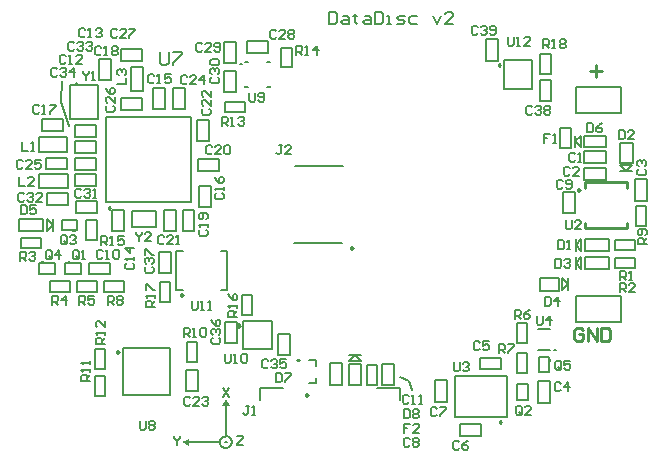
<source format=gto>
G04*
G04 #@! TF.GenerationSoftware,Altium Limited,Altium Designer,22.5.1 (42)*
G04*
G04 Layer_Color=65535*
%FSLAX25Y25*%
%MOIN*%
G70*
G04*
G04 #@! TF.SameCoordinates,9CEDE495-3556-4083-ABEA-689295A2F9E5*
G04*
G04*
G04 #@! TF.FilePolarity,Positive*
G04*
G01*
G75*
%ADD10C,0.01000*%
%ADD11C,0.00984*%
%ADD12C,0.00600*%
%ADD13C,0.00700*%
%ADD14C,0.00787*%
%ADD15C,0.00500*%
%ADD16C,0.00800*%
G36*
X130516Y116519D02*
X128153Y117700D01*
X130516Y118881D01*
Y116519D01*
D02*
G37*
G36*
X144081Y129724D02*
X141719D01*
X142900Y132086D01*
X144081Y129724D01*
D02*
G37*
G36*
X138369Y181890D02*
X139550Y180709D01*
D01*
X138369Y181890D01*
D02*
G37*
D10*
X104411Y195871D02*
X103811Y196217D01*
Y195525D01*
X104411Y195871D01*
X128500Y166700D02*
X127900Y167046D01*
Y166354D01*
X128500Y166700D01*
X107096Y147594D02*
X106496Y147941D01*
Y147248D01*
X107096Y147594D01*
X147523Y156571D02*
X146923Y156918D01*
Y156225D01*
X147523Y156571D01*
X170200Y133500D02*
X169600Y133846D01*
Y133154D01*
X170200Y133500D01*
X167263Y145050D02*
X166663D01*
X167263D01*
X234696Y124534D02*
X234096Y124880D01*
Y124187D01*
X234696Y124534D01*
X260945Y201718D02*
X260345Y202064D01*
Y201372D01*
X260945Y201718D01*
X234380Y243428D02*
X233780Y243775D01*
Y243082D01*
X234380Y243428D01*
X185212Y182500D02*
X184612Y182846D01*
Y182154D01*
X185212Y182500D01*
X262498Y188983D02*
Y190802D01*
Y202398D02*
Y204244D01*
X276702D01*
Y188983D02*
Y190802D01*
X262498Y188983D02*
X276702D01*
Y202398D02*
Y204244D01*
X261999Y155149D02*
X261249Y155899D01*
X259750D01*
X259000Y155149D01*
Y152150D01*
X259750Y151400D01*
X261249D01*
X261999Y152150D01*
Y153649D01*
X260500D01*
X263498Y151400D02*
Y155899D01*
X266498Y151400D01*
Y155899D01*
X267997D02*
Y151400D01*
X270246D01*
X270996Y152150D01*
Y155149D01*
X270246Y155899D01*
X267997D01*
X264400Y241299D02*
X268399D01*
X266399Y243299D02*
Y239300D01*
D11*
X92893Y237565D02*
X92936Y237563D01*
D12*
X91904Y188065D02*
X92666D01*
X90895Y177636D02*
X90134D01*
X82095D02*
X81334D01*
X243736Y135504D02*
Y136266D01*
X250936Y144704D02*
Y145466D01*
X93400Y188300D02*
Y191900D01*
X88200D02*
X93400D01*
X88200Y188300D02*
Y191900D01*
Y188300D02*
X93400D01*
X89400Y173800D02*
Y177400D01*
Y173800D02*
X94600D01*
Y177400D01*
X89400D02*
X94600D01*
X80600Y173800D02*
Y177400D01*
Y173800D02*
X85800D01*
Y177400D01*
X80600D02*
X85800D01*
X239900Y137000D02*
X243500D01*
X239900Y131800D02*
Y137000D01*
Y131800D02*
X243500D01*
Y137000D01*
X247042Y148250D02*
X250824D01*
X247042Y155550D02*
X250824D01*
X247100Y146200D02*
X250700D01*
X247100Y141000D02*
Y146200D01*
Y141000D02*
X250700D01*
Y146200D01*
D13*
X148210Y243822D02*
X147610D01*
X148210D01*
X252830Y148250D02*
X252256D01*
X252830D01*
X144900Y117700D02*
X144671Y118629D01*
X144036Y119346D01*
X143141Y119685D01*
X142191Y119570D01*
X141403Y119026D01*
X140958Y118179D01*
Y117221D01*
X141403Y116374D01*
X142191Y115830D01*
X143141Y115715D01*
X144036Y116054D01*
X144671Y116771D01*
X144900Y117700D01*
X143200D02*
X142600D01*
X143200D01*
X200800Y139300D02*
X203800Y138100D01*
X205000Y135100D01*
X88000Y231100D02*
X88100Y238000D01*
X87991Y231062D02*
X90700Y223200D01*
X92457Y212469D02*
X99543D01*
Y208531D02*
Y212469D01*
X92457Y208531D02*
X99543D01*
X92457D02*
Y212469D01*
Y206968D02*
X99543D01*
Y203031D02*
Y206968D01*
X92457Y203031D02*
X99543D01*
X92457D02*
Y206968D01*
Y217969D02*
X99543D01*
Y214032D02*
Y217969D01*
X92457Y214032D02*
X99543D01*
X92457D02*
Y217969D01*
X92505Y223480D02*
X99591D01*
Y219543D02*
Y223480D01*
X92505Y219543D02*
X99591D01*
X92505D02*
Y223480D01*
X122431Y228601D02*
Y235687D01*
X118494Y228601D02*
X122431D01*
X118494D02*
Y235687D01*
X122431D01*
X129231Y228601D02*
Y235687D01*
X125294Y228601D02*
X129231D01*
X125294D02*
Y235687D01*
X129231D01*
X107947Y232456D02*
X115034D01*
Y228520D02*
Y232456D01*
X107947Y228520D02*
X115034D01*
X107947D02*
Y232456D01*
X111294Y234745D02*
Y242619D01*
X115231D01*
Y234745D02*
Y242619D01*
X111294Y234745D02*
X115231D01*
X107947Y248844D02*
X115034D01*
Y244907D02*
Y248844D01*
X107947Y244907D02*
X115034D01*
X107947D02*
Y248844D01*
X104469Y238257D02*
Y245343D01*
X100531Y238257D02*
X104469D01*
X100531D02*
Y245343D01*
X104469D01*
X81575Y225455D02*
X88661D01*
Y221518D02*
Y225455D01*
X81575Y221518D02*
X88661D01*
X81575D02*
Y225455D01*
X80618Y214520D02*
X90067D01*
X80618D02*
Y219245D01*
X90067D01*
Y214520D02*
Y219245D01*
X82957Y212568D02*
X90043D01*
Y208631D02*
Y212568D01*
X82957Y208631D02*
X90043D01*
X82957D02*
Y212568D01*
X80737Y202300D02*
X90186D01*
X80737D02*
Y207024D01*
X90186D01*
Y202300D02*
Y207024D01*
X92757Y194132D02*
Y198068D01*
Y194132D02*
X99843D01*
X92757Y198068D02*
X99843D01*
Y194132D02*
Y198068D01*
X83309Y200654D02*
X90395D01*
Y196717D02*
Y200654D01*
X83309Y196717D02*
X90395D01*
X83309D02*
Y200654D01*
X105068Y187920D02*
Y195006D01*
X109005D01*
Y187920D02*
Y195006D01*
X105068Y187920D02*
X109005D01*
X96400Y185100D02*
Y191700D01*
Y185100D02*
X99800D01*
X96400Y191700D02*
X99800D01*
Y185100D02*
Y191700D01*
X85087Y188232D02*
Y192168D01*
X83118Y188232D02*
X85087Y190200D01*
X83118Y192168D02*
X85087Y190200D01*
X83118Y188232D02*
Y192168D01*
X81937Y188232D02*
Y192168D01*
X74063D02*
X81937D01*
X74063Y188232D02*
Y192168D01*
Y188232D02*
X81937D01*
X74672Y182400D02*
Y185800D01*
Y182400D02*
X81272D01*
Y185800D01*
X74672D02*
X81272D01*
X97228Y173632D02*
X104315D01*
X97228D02*
Y177568D01*
X104315D01*
Y173632D02*
Y177568D01*
X84200Y167900D02*
Y171300D01*
Y167900D02*
X90800D01*
Y171300D01*
X84200D02*
X90800D01*
X99800Y167900D02*
Y171300D01*
X93200D02*
X99800D01*
X93200Y167900D02*
Y171300D01*
Y167900D02*
X99800D01*
X108772D02*
Y171300D01*
X102172D02*
X108772D01*
X102172Y167900D02*
Y171300D01*
Y167900D02*
X108772D01*
X146168Y234328D02*
Y241415D01*
X142232Y234328D02*
X146168D01*
X142232D02*
Y241415D01*
X146168D01*
X142232Y244128D02*
Y251215D01*
X146168D01*
Y244128D02*
Y251215D01*
X142232Y244128D02*
X146168D01*
X149857Y247431D02*
X156943D01*
X149857D02*
Y251368D01*
X156943D01*
Y247431D02*
Y251368D01*
X161400Y242600D02*
X164800D01*
Y249200D01*
X161400D02*
X164800D01*
X161400Y242600D02*
Y249200D01*
X149282Y227765D02*
Y231166D01*
X142682D02*
X149282D01*
X142682Y227765D02*
Y231166D01*
Y227765D02*
X149282D01*
X137250Y218143D02*
Y225229D01*
X133313Y218143D02*
X137250D01*
X133313D02*
Y225229D01*
X137250D01*
X133557Y208231D02*
X140643D01*
X133557D02*
Y212169D01*
X140643D01*
Y208231D02*
Y212169D01*
X134077Y196140D02*
Y203227D01*
X138014D01*
Y196140D02*
Y203227D01*
X134077Y196140D02*
X138014D01*
X111600Y189300D02*
Y194700D01*
Y189300D02*
X119600D01*
Y194700D01*
X111600D02*
X119600D01*
X122195Y187920D02*
Y195006D01*
X126132D01*
Y187920D02*
Y195006D01*
X122195Y187920D02*
X126132D01*
X128420D02*
Y195006D01*
X132357D01*
Y187920D02*
Y195006D01*
X128420Y187920D02*
X132357D01*
X120626Y173957D02*
Y181043D01*
X124563D01*
Y173957D02*
Y181043D01*
X120626Y173957D02*
X124563D01*
X120900Y171028D02*
X124300D01*
X120900Y164428D02*
Y171028D01*
Y164428D02*
X124300D01*
Y171028D01*
X141100Y181300D02*
X143300D01*
Y180711D02*
Y181300D01*
X141100Y168300D02*
X143300D01*
Y168900D01*
Y180711D01*
X126300Y181300D02*
X128500D01*
X126300Y180711D02*
Y181300D01*
Y168300D02*
X128500D01*
X126300D02*
Y168900D01*
Y180711D01*
X108416Y133250D02*
X124164D01*
X108416D02*
Y148998D01*
X124164D01*
Y133250D02*
Y148998D01*
X99290Y139624D02*
X102690D01*
X99290Y133024D02*
Y139624D01*
Y133024D02*
X102690D01*
Y139624D01*
X99290Y142168D02*
X102690D01*
Y148768D01*
X99290D02*
X102690D01*
X99290Y142168D02*
Y148768D01*
X148100Y160200D02*
X151500D01*
Y166800D01*
X148100D02*
X151500D01*
X148100Y160200D02*
Y166800D01*
X129621Y134581D02*
Y141668D01*
X133558D01*
Y134581D02*
Y141668D01*
X129621Y134581D02*
X133558D01*
X129890Y151124D02*
X133290D01*
X129890Y144524D02*
Y151124D01*
Y144524D02*
X133290D01*
Y151124D01*
X146569Y150728D02*
Y157815D01*
X142631Y150728D02*
X146569D01*
X142631D02*
Y157815D01*
X146569D01*
X158146Y148697D02*
Y158146D01*
X148697D02*
X158146D01*
X148697Y148697D02*
Y158146D01*
Y148697D02*
X158146D01*
X164269Y146757D02*
Y153843D01*
X160331Y146757D02*
X164269D01*
X160331D02*
Y153843D01*
X164269D01*
X193148Y135900D02*
X200848D01*
Y131900D02*
Y135900D01*
X154248D02*
X161948D01*
X154248Y131900D02*
Y135900D01*
X170575Y145050D02*
X173050D01*
Y137350D02*
Y139190D01*
X170575Y137350D02*
X173050D01*
Y143210D02*
Y145050D01*
X187798Y136682D02*
Y143769D01*
X183861Y136682D02*
X187798D01*
X183861D02*
Y143769D01*
X187798D01*
X183872Y144748D02*
X187809D01*
X183872D02*
X185840Y146717D01*
X187809Y144748D01*
X183872Y146717D02*
X187809D01*
X177732Y136869D02*
Y143956D01*
X181668D01*
Y136869D02*
Y143956D01*
X177732Y136869D02*
X181668D01*
X189765Y136727D02*
Y143327D01*
Y136727D02*
X193165D01*
X189765Y143327D02*
X193165D01*
Y136727D02*
Y143327D01*
X194882Y136657D02*
Y143743D01*
X198819D01*
Y136657D02*
Y143743D01*
X194882Y136657D02*
X198819D01*
X220828Y119832D02*
X227915D01*
X220828D02*
Y123768D01*
X227915D01*
Y119832D02*
Y123768D01*
X236461Y126207D02*
Y139593D01*
X219139D02*
X236461D01*
X219139Y126207D02*
Y139593D01*
Y126207D02*
X236461D01*
X212632Y131185D02*
Y138272D01*
X216568D01*
Y131185D02*
Y138272D01*
X212632Y131185D02*
X216568D01*
X227557Y145869D02*
X234643D01*
Y141931D02*
Y145869D01*
X227557Y141931D02*
X234643D01*
X227557D02*
Y145869D01*
X239900Y140700D02*
X243300D01*
Y147300D01*
X239900D02*
X243300D01*
X239900Y140700D02*
Y147300D01*
Y150653D02*
X243300D01*
Y157253D01*
X239900D02*
X243300D01*
X239900Y150653D02*
Y157253D01*
X250869Y130857D02*
Y137943D01*
X246932Y130857D02*
X250869D01*
X246932D02*
Y137943D01*
X250869D01*
X279600Y196428D02*
X283000D01*
X279600Y189828D02*
Y196428D01*
Y189828D02*
X283000D01*
Y196428D01*
X279331Y198228D02*
Y205315D01*
X283268D01*
Y198228D02*
Y205315D01*
X279331Y198228D02*
X283268D01*
X279307Y181778D02*
Y185178D01*
X272707D02*
X279307D01*
X272707Y181778D02*
Y185178D01*
Y181778D02*
X279307D01*
Y175623D02*
Y179023D01*
X272707D02*
X279307D01*
X272707Y175623D02*
Y179023D01*
Y175623D02*
X279307D01*
X247475Y168152D02*
X253925D01*
X247475D02*
Y172451D01*
X253925D01*
Y168152D02*
Y172451D01*
X254859Y168340D02*
Y172276D01*
X256827Y170308D01*
X254859Y168340D02*
X256827Y170308D01*
Y168340D02*
Y172276D01*
X259442Y175331D02*
Y179269D01*
Y177300D02*
X261410Y179269D01*
X259442Y177300D02*
X261410Y175331D01*
Y179269D01*
X262591Y175331D02*
Y179269D01*
Y175331D02*
X270465D01*
Y179269D01*
X262591D02*
X270465D01*
X259442Y181532D02*
Y185468D01*
Y183500D02*
X261410Y185468D01*
X259442Y183500D02*
X261410Y181532D01*
Y185468D01*
X262591Y181532D02*
Y185468D01*
Y181532D02*
X270465D01*
Y185468D01*
X262591D02*
X270465D01*
X259169Y194049D02*
Y201136D01*
X255231Y194049D02*
X259169D01*
X255231D02*
Y201136D01*
X259169D01*
X262357Y205132D02*
X269443D01*
X262357D02*
Y209068D01*
X269443D01*
Y205132D02*
Y209068D01*
X262357Y210732D02*
X269443D01*
X262357D02*
Y214668D01*
X269443D01*
Y210732D02*
Y214668D01*
X274152Y210875D02*
Y217325D01*
X278451D01*
Y210875D02*
Y217325D01*
X274152Y210875D02*
X278451D01*
X274340Y209941D02*
X278276D01*
X276308Y207973D02*
X278276Y209941D01*
X274340D02*
X276308Y207973D01*
X274340D02*
X278276D01*
X262357Y219868D02*
X269443D01*
Y215932D02*
Y219868D01*
X262357Y215932D02*
X269443D01*
X262357D02*
Y219868D01*
X261377Y215943D02*
Y219880D01*
X259409Y217911D02*
X261377Y215943D01*
X259409Y217911D02*
X261377Y219880D01*
X259409Y215943D02*
Y219880D01*
X254400Y222272D02*
X257800D01*
X254400Y215672D02*
Y222272D01*
Y215672D02*
X257800D01*
Y222272D01*
X247431Y231449D02*
Y238535D01*
X251368D01*
Y231449D02*
Y238535D01*
X247431Y231449D02*
X251368D01*
X247700Y247159D02*
X251100D01*
X247700Y240559D02*
Y247159D01*
Y240559D02*
X251100D01*
Y247159D01*
X233618Y244874D02*
Y251960D01*
X229681Y244874D02*
X233618D01*
X229681D02*
Y251960D01*
X233618D01*
X245003Y235554D02*
Y245003D01*
X235555D02*
X245003D01*
X235555Y235554D02*
Y245003D01*
Y235554D02*
X245003D01*
X259720Y157844D02*
Y166506D01*
Y157844D02*
X274680D01*
Y166506D01*
X259720D02*
X274680D01*
X259720Y227269D02*
Y235931D01*
Y227269D02*
X274680D01*
Y235931D01*
X259720D02*
X274680D01*
X165964Y209833D02*
X181987D01*
X165491Y184046D02*
X181515D01*
X142900Y119700D02*
Y129724D01*
X130516Y117700D02*
X140539D01*
X142000Y135799D02*
X143999Y132800D01*
Y135799D02*
X142000Y132800D01*
X125500Y119599D02*
Y119099D01*
X126500Y118099D01*
X127499Y119099D01*
Y119599D01*
X126500Y118099D02*
Y116600D01*
X146500Y119599D02*
X148499D01*
Y119099D01*
X146500Y117100D01*
Y116600D01*
X148499D01*
X150600Y129799D02*
X149600D01*
X150100D01*
Y127300D01*
X149600Y126801D01*
X149100D01*
X148601Y127300D01*
X151600Y126801D02*
X152599D01*
X152100D01*
Y129799D01*
X151600Y129300D01*
X114201Y124899D02*
Y122400D01*
X114701Y121900D01*
X115700D01*
X116200Y122400D01*
Y124899D01*
X117200Y124400D02*
X117700Y124899D01*
X118699D01*
X119199Y124400D01*
Y123900D01*
X118699Y123400D01*
X119199Y122900D01*
Y122400D01*
X118699Y121900D01*
X117700D01*
X117200Y122400D01*
Y122900D01*
X117700Y123400D01*
X117200Y123900D01*
Y124400D01*
X117700Y123400D02*
X118699D01*
X131451Y164799D02*
Y162300D01*
X131951Y161801D01*
X132951D01*
X133450Y162300D01*
Y164799D01*
X134450Y161801D02*
X135450D01*
X134950D01*
Y164799D01*
X134450Y164300D01*
X136949Y161801D02*
X137949D01*
X137449D01*
Y164799D01*
X136949Y164300D01*
X112801Y187600D02*
Y187100D01*
X113801Y186100D01*
X114800Y187100D01*
Y187600D01*
X113801Y186100D02*
Y184600D01*
X117799D02*
X115800D01*
X117799Y186600D01*
Y187100D01*
X117299Y187600D01*
X116300D01*
X115800Y187100D01*
X95101Y241400D02*
Y240900D01*
X96100Y239900D01*
X97100Y240900D01*
Y241400D01*
X96100Y239900D02*
Y238401D01*
X98100D02*
X99099D01*
X98599D01*
Y241400D01*
X98100Y240900D01*
X236851Y252800D02*
Y250300D01*
X237351Y249800D01*
X238351D01*
X238851Y250300D01*
Y252800D01*
X239850Y249800D02*
X240850D01*
X240350D01*
Y252800D01*
X239850Y252300D01*
X244349Y249800D02*
X242349D01*
X244349Y251800D01*
Y252300D01*
X243849Y252800D01*
X242849D01*
X242349Y252300D01*
X142451Y147099D02*
Y144600D01*
X142951Y144100D01*
X143951D01*
X144451Y144600D01*
Y147099D01*
X145450Y144100D02*
X146450D01*
X145950D01*
Y147099D01*
X145450Y146600D01*
X147949D02*
X148449Y147099D01*
X149449D01*
X149949Y146600D01*
Y144600D01*
X149449Y144100D01*
X148449D01*
X147949Y144600D01*
Y146600D01*
X150601Y234200D02*
Y231700D01*
X151101Y231201D01*
X152100D01*
X152600Y231700D01*
Y234200D01*
X153600Y231700D02*
X154100Y231201D01*
X155099D01*
X155599Y231700D01*
Y233700D01*
X155099Y234200D01*
X154100D01*
X153600Y233700D01*
Y233200D01*
X154100Y232700D01*
X155599D01*
X202101Y128600D02*
Y125601D01*
X203600D01*
X204100Y126100D01*
Y128100D01*
X203600Y128600D01*
X202101D01*
X205100Y128100D02*
X205600Y128600D01*
X206599D01*
X207099Y128100D01*
Y127600D01*
X206599Y127100D01*
X207099Y126600D01*
Y126100D01*
X206599Y125601D01*
X205600D01*
X205100Y126100D01*
Y126600D01*
X205600Y127100D01*
X205100Y127600D01*
Y128100D01*
X205600Y127100D02*
X206599D01*
X159501Y140600D02*
Y137601D01*
X161000D01*
X161500Y138100D01*
Y140100D01*
X161000Y140600D01*
X159501D01*
X162500D02*
X164499D01*
Y140100D01*
X162500Y138100D01*
Y137601D01*
X246501Y159899D02*
Y157400D01*
X247001Y156901D01*
X248000D01*
X248500Y157400D01*
Y159899D01*
X250999Y156901D02*
Y159899D01*
X249500Y158400D01*
X251499D01*
X218801Y144399D02*
Y141900D01*
X219301Y141401D01*
X220300D01*
X220800Y141900D01*
Y144399D01*
X221800Y143900D02*
X222300Y144399D01*
X223299D01*
X223799Y143900D01*
Y143400D01*
X223299Y142900D01*
X222799D01*
X223299D01*
X223799Y142400D01*
Y141900D01*
X223299Y141401D01*
X222300D01*
X221800Y141900D01*
X256101Y191600D02*
Y189100D01*
X256601Y188601D01*
X257600D01*
X258100Y189100D01*
Y191600D01*
X261099Y188601D02*
X259100D01*
X261099Y190600D01*
Y191100D01*
X260599Y191600D01*
X259600D01*
X259100Y191100D01*
X263301Y224000D02*
Y221001D01*
X264800D01*
X265300Y221500D01*
Y223500D01*
X264800Y224000D01*
X263301D01*
X268299D02*
X267300Y223500D01*
X266300Y222500D01*
Y221500D01*
X266800Y221001D01*
X267799D01*
X268299Y221500D01*
Y222000D01*
X267799Y222500D01*
X266300D01*
X248651Y249001D02*
Y251999D01*
X250151D01*
X250651Y251500D01*
Y250500D01*
X250151Y250000D01*
X248651D01*
X249651D02*
X250651Y249001D01*
X251650D02*
X252650D01*
X252150D01*
Y251999D01*
X251650Y251500D01*
X254149D02*
X254649Y251999D01*
X255649D01*
X256149Y251500D01*
Y251000D01*
X255649Y250500D01*
X256149Y250000D01*
Y249500D01*
X255649Y249001D01*
X254649D01*
X254149Y249500D01*
Y250000D01*
X254649Y250500D01*
X254149Y251000D01*
Y251500D01*
X254649Y250500D02*
X255649D01*
X119200Y162751D02*
X116200D01*
Y164251D01*
X116700Y164751D01*
X117700D01*
X118200Y164251D01*
Y162751D01*
Y163751D02*
X119200Y164751D01*
Y165750D02*
Y166750D01*
Y166250D01*
X116200D01*
X116700Y165750D01*
X116200Y168249D02*
Y170249D01*
X116700D01*
X118700Y168249D01*
X119200D01*
X146599Y159551D02*
X143600D01*
Y161051D01*
X144100Y161551D01*
X145100D01*
X145600Y161051D01*
Y159551D01*
Y160551D02*
X146599Y161551D01*
Y162550D02*
Y163550D01*
Y163050D01*
X143600D01*
X144100Y162550D01*
X143600Y167049D02*
X144100Y166049D01*
X145100Y165049D01*
X146100D01*
X146599Y165549D01*
Y166549D01*
X146100Y167049D01*
X145600D01*
X145100Y166549D01*
Y165049D01*
X101251Y183400D02*
Y186399D01*
X102751D01*
X103251Y185900D01*
Y184900D01*
X102751Y184400D01*
X101251D01*
X102251D02*
X103251Y183400D01*
X104250D02*
X105250D01*
X104750D01*
Y186399D01*
X104250Y185900D01*
X108749Y186399D02*
X106749D01*
Y184900D01*
X107749Y185400D01*
X108249D01*
X108749Y184900D01*
Y183900D01*
X108249Y183400D01*
X107249D01*
X106749Y183900D01*
X166351Y246800D02*
Y249799D01*
X167851D01*
X168351Y249300D01*
Y248300D01*
X167851Y247800D01*
X166351D01*
X167351D02*
X168351Y246800D01*
X169350D02*
X170350D01*
X169850D01*
Y249799D01*
X169350Y249300D01*
X173349Y246800D02*
Y249799D01*
X171849Y248300D01*
X173849D01*
X141551Y223200D02*
Y226200D01*
X143051D01*
X143551Y225700D01*
Y224700D01*
X143051Y224200D01*
X141551D01*
X142551D02*
X143551Y223200D01*
X144550D02*
X145550D01*
X145050D01*
Y226200D01*
X144550Y225700D01*
X147049D02*
X147549Y226200D01*
X148549D01*
X149049Y225700D01*
Y225200D01*
X148549Y224700D01*
X148049D01*
X148549D01*
X149049Y224200D01*
Y223700D01*
X148549Y223200D01*
X147549D01*
X147049Y223700D01*
X102499Y150551D02*
X99501D01*
Y152051D01*
X100000Y152551D01*
X101000D01*
X101500Y152051D01*
Y150551D01*
Y151551D02*
X102499Y152551D01*
Y153550D02*
Y154550D01*
Y154050D01*
X99501D01*
X100000Y153550D01*
X102499Y158049D02*
Y156049D01*
X100500Y158049D01*
X100000D01*
X99501Y157549D01*
Y156549D01*
X100000Y156049D01*
X97600Y138151D02*
X94600D01*
Y139651D01*
X95100Y140150D01*
X96100D01*
X96600Y139651D01*
Y138151D01*
Y139151D02*
X97600Y140150D01*
Y141150D02*
Y142150D01*
Y141650D01*
X94600D01*
X95100Y141150D01*
X97600Y143649D02*
Y144649D01*
Y144149D01*
X94600D01*
X95100Y143649D01*
X128851Y152901D02*
Y155900D01*
X130351D01*
X130851Y155400D01*
Y154400D01*
X130351Y153900D01*
X128851D01*
X129851D02*
X130851Y152901D01*
X131850D02*
X132850D01*
X132350D01*
Y155900D01*
X131850Y155400D01*
X134349D02*
X134849Y155900D01*
X135849D01*
X136349Y155400D01*
Y153400D01*
X135849Y152901D01*
X134849D01*
X134349Y153400D01*
Y155400D01*
X283200Y183601D02*
X280201D01*
Y185100D01*
X280700Y185600D01*
X281700D01*
X282200Y185100D01*
Y183601D01*
Y184600D02*
X283200Y185600D01*
X282700Y186600D02*
X283200Y187100D01*
Y188099D01*
X282700Y188599D01*
X280700D01*
X280201Y188099D01*
Y187100D01*
X280700Y186600D01*
X281200D01*
X281700Y187100D01*
Y188599D01*
X103501Y163500D02*
Y166499D01*
X105000D01*
X105500Y166000D01*
Y165000D01*
X105000Y164500D01*
X103501D01*
X104500D02*
X105500Y163500D01*
X106500Y166000D02*
X107000Y166499D01*
X107999D01*
X108499Y166000D01*
Y165500D01*
X107999Y165000D01*
X108499Y164500D01*
Y164000D01*
X107999Y163500D01*
X107000D01*
X106500Y164000D01*
Y164500D01*
X107000Y165000D01*
X106500Y165500D01*
Y166000D01*
X107000Y165000D02*
X107999D01*
X233801Y147400D02*
Y150399D01*
X235300D01*
X235800Y149900D01*
Y148900D01*
X235300Y148400D01*
X233801D01*
X234801D02*
X235800Y147400D01*
X236800Y150399D02*
X238799D01*
Y149900D01*
X236800Y147900D01*
Y147400D01*
X239201Y158800D02*
Y161800D01*
X240700D01*
X241200Y161300D01*
Y160300D01*
X240700Y159800D01*
X239201D01*
X240200D02*
X241200Y158800D01*
X244199Y161800D02*
X243199Y161300D01*
X242200Y160300D01*
Y159300D01*
X242700Y158800D01*
X243699D01*
X244199Y159300D01*
Y159800D01*
X243699Y160300D01*
X242200D01*
X94001Y163500D02*
Y166499D01*
X95500D01*
X96000Y166000D01*
Y165000D01*
X95500Y164500D01*
X94001D01*
X95000D02*
X96000Y163500D01*
X98999Y166499D02*
X97000D01*
Y165000D01*
X98000Y165500D01*
X98499D01*
X98999Y165000D01*
Y164000D01*
X98499Y163500D01*
X97500D01*
X97000Y164000D01*
X85001Y163500D02*
Y166499D01*
X86500D01*
X87000Y166000D01*
Y165000D01*
X86500Y164500D01*
X85001D01*
X86001D02*
X87000Y163500D01*
X89499D02*
Y166499D01*
X88000Y165000D01*
X89999D01*
X74401Y178200D02*
Y181200D01*
X75900D01*
X76400Y180700D01*
Y179700D01*
X75900Y179200D01*
X74401D01*
X75401D02*
X76400Y178200D01*
X77400Y180700D02*
X77900Y181200D01*
X78899D01*
X79399Y180700D01*
Y180200D01*
X78899Y179700D01*
X78399D01*
X78899D01*
X79399Y179200D01*
Y178700D01*
X78899Y178200D01*
X77900D01*
X77400Y178700D01*
X274201Y167601D02*
Y170599D01*
X275700D01*
X276200Y170100D01*
Y169100D01*
X275700Y168600D01*
X274201D01*
X275201D02*
X276200Y167601D01*
X279199D02*
X277200D01*
X279199Y169600D01*
Y170100D01*
X278699Y170599D01*
X277700D01*
X277200Y170100D01*
X274301Y171600D02*
Y174600D01*
X275800D01*
X276300Y174100D01*
Y173100D01*
X275800Y172600D01*
X274301D01*
X275300D02*
X276300Y171600D01*
X277300D02*
X278299D01*
X277800D01*
Y174600D01*
X277300Y174100D01*
X254700Y142300D02*
Y144300D01*
X254200Y144799D01*
X253201D01*
X252701Y144300D01*
Y142300D01*
X253201Y141800D01*
X254200D01*
X253700Y142800D02*
X254700Y141800D01*
X254200D02*
X254700Y142300D01*
X257699Y144799D02*
X255700D01*
Y143300D01*
X256699Y143800D01*
X257199D01*
X257699Y143300D01*
Y142300D01*
X257199Y141800D01*
X256200D01*
X255700Y142300D01*
X84900Y179200D02*
Y181200D01*
X84400Y181700D01*
X83401D01*
X82901Y181200D01*
Y179200D01*
X83401Y178700D01*
X84400D01*
X83900Y179700D02*
X84900Y178700D01*
X84400D02*
X84900Y179200D01*
X87399Y178700D02*
Y181700D01*
X85900Y180200D01*
X87899D01*
X89800Y184100D02*
Y186100D01*
X89300Y186600D01*
X88301D01*
X87801Y186100D01*
Y184100D01*
X88301Y183600D01*
X89300D01*
X88801Y184600D02*
X89800Y183600D01*
X89300D02*
X89800Y184100D01*
X90800Y186100D02*
X91300Y186600D01*
X92299D01*
X92799Y186100D01*
Y185600D01*
X92299Y185100D01*
X91799D01*
X92299D01*
X92799Y184600D01*
Y184100D01*
X92299Y183600D01*
X91300D01*
X90800Y184100D01*
X241500Y127400D02*
Y129400D01*
X241000Y129900D01*
X240001D01*
X239501Y129400D01*
Y127400D01*
X240001Y126900D01*
X241000D01*
X240500Y127900D02*
X241500Y126900D01*
X241000D02*
X241500Y127400D01*
X244499Y126900D02*
X242500D01*
X244499Y128900D01*
Y129400D01*
X243999Y129900D01*
X243000D01*
X242500Y129400D01*
X93900Y179200D02*
Y181200D01*
X93400Y181700D01*
X92400D01*
X91901Y181200D01*
Y179200D01*
X92400Y178700D01*
X93400D01*
X92900Y179700D02*
X93900Y178700D01*
X93400D02*
X93900Y179200D01*
X94900Y178700D02*
X95899D01*
X95399D01*
Y181700D01*
X94900Y181200D01*
X106701Y237001D02*
X109699D01*
Y239000D01*
X107200Y240000D02*
X106701Y240500D01*
Y241499D01*
X107200Y241999D01*
X107700D01*
X108200Y241499D01*
Y241000D01*
Y241499D01*
X108700Y241999D01*
X109200D01*
X109699Y241499D01*
Y240500D01*
X109200Y240000D01*
X73901Y206100D02*
Y203100D01*
X75900D01*
X78899D02*
X76900D01*
X78899Y205100D01*
Y205600D01*
X78399Y206100D01*
X77400D01*
X76900Y205600D01*
X75001Y217899D02*
Y214900D01*
X77000D01*
X78000D02*
X78999D01*
X78500D01*
Y217899D01*
X78000Y217400D01*
X161699Y216599D02*
X160700D01*
X161199D01*
Y214100D01*
X160700Y213600D01*
X160200D01*
X159700Y214100D01*
X164698Y213600D02*
X162699D01*
X164698Y215599D01*
Y216099D01*
X164199Y216599D01*
X163199D01*
X162699Y216099D01*
X204400Y123800D02*
X202401D01*
Y122300D01*
X203400D01*
X202401D01*
Y120800D01*
X207399D02*
X205400D01*
X207399Y122800D01*
Y123300D01*
X206899Y123800D01*
X205900D01*
X205400Y123300D01*
X251000Y220499D02*
X249001D01*
Y219000D01*
X250000D01*
X249001D01*
Y217500D01*
X252000D02*
X252999D01*
X252500D01*
Y220499D01*
X252000Y220000D01*
X74501Y196700D02*
Y193701D01*
X76000D01*
X76500Y194200D01*
Y196200D01*
X76000Y196700D01*
X74501D01*
X79499D02*
X77500D01*
Y195200D01*
X78500Y195700D01*
X78999D01*
X79499Y195200D01*
Y194200D01*
X78999Y193701D01*
X78000D01*
X77500Y194200D01*
X249201Y166200D02*
Y163200D01*
X250700D01*
X251200Y163700D01*
Y165700D01*
X250700Y166200D01*
X249201D01*
X253699Y163200D02*
Y166200D01*
X252200Y164700D01*
X254199D01*
X252701Y178900D02*
Y175900D01*
X254200D01*
X254700Y176400D01*
Y178400D01*
X254200Y178900D01*
X252701D01*
X255700Y178400D02*
X256200Y178900D01*
X257199D01*
X257699Y178400D01*
Y177900D01*
X257199Y177400D01*
X256699D01*
X257199D01*
X257699Y176900D01*
Y176400D01*
X257199Y175900D01*
X256200D01*
X255700Y176400D01*
X273801Y221700D02*
Y218701D01*
X275300D01*
X275800Y219200D01*
Y221200D01*
X275300Y221700D01*
X273801D01*
X278799Y218701D02*
X276800D01*
X278799Y220700D01*
Y221200D01*
X278299Y221700D01*
X277300D01*
X276800Y221200D01*
X253601Y185000D02*
Y182001D01*
X255100D01*
X255600Y182500D01*
Y184500D01*
X255100Y185000D01*
X253601D01*
X256600Y182001D02*
X257599D01*
X257100D01*
Y185000D01*
X256600Y184500D01*
X226901Y256000D02*
X226401Y256500D01*
X225401D01*
X224901Y256000D01*
Y254000D01*
X225401Y253501D01*
X226401D01*
X226901Y254000D01*
X227900Y256000D02*
X228400Y256500D01*
X229400D01*
X229900Y256000D01*
Y255500D01*
X229400Y255000D01*
X228900D01*
X229400D01*
X229900Y254500D01*
Y254000D01*
X229400Y253501D01*
X228400D01*
X227900Y254000D01*
X230899D02*
X231399Y253501D01*
X232399D01*
X232899Y254000D01*
Y256000D01*
X232399Y256500D01*
X231399D01*
X230899Y256000D01*
Y255500D01*
X231399Y255000D01*
X232899D01*
X245001Y229300D02*
X244501Y229800D01*
X243501D01*
X243001Y229300D01*
Y227300D01*
X243501Y226800D01*
X244501D01*
X245001Y227300D01*
X246000Y229300D02*
X246500Y229800D01*
X247500D01*
X248000Y229300D01*
Y228800D01*
X247500Y228300D01*
X247000D01*
X247500D01*
X248000Y227800D01*
Y227300D01*
X247500Y226800D01*
X246500D01*
X246000Y227300D01*
X248999Y229300D02*
X249499Y229800D01*
X250499D01*
X250999Y229300D01*
Y228800D01*
X250499Y228300D01*
X250999Y227800D01*
Y227300D01*
X250499Y226800D01*
X249499D01*
X248999Y227300D01*
Y227800D01*
X249499Y228300D01*
X248999Y228800D01*
Y229300D01*
X249499Y228300D02*
X250499D01*
X116400Y176201D02*
X115901Y175701D01*
Y174701D01*
X116400Y174201D01*
X118400D01*
X118900Y174701D01*
Y175701D01*
X118400Y176201D01*
X116400Y177200D02*
X115901Y177700D01*
Y178700D01*
X116400Y179200D01*
X116900D01*
X117400Y178700D01*
Y178200D01*
Y178700D01*
X117900Y179200D01*
X118400D01*
X118900Y178700D01*
Y177700D01*
X118400Y177200D01*
X115901Y180199D02*
Y182199D01*
X116400D01*
X118400Y180199D01*
X118900D01*
X138500Y152501D02*
X138001Y152001D01*
Y151001D01*
X138500Y150501D01*
X140500D01*
X140999Y151001D01*
Y152001D01*
X140500Y152501D01*
X138500Y153500D02*
X138001Y154000D01*
Y155000D01*
X138500Y155500D01*
X139000D01*
X139500Y155000D01*
Y154500D01*
Y155000D01*
X140000Y155500D01*
X140500D01*
X140999Y155000D01*
Y154000D01*
X140500Y153500D01*
X138001Y158499D02*
X138500Y157499D01*
X139500Y156499D01*
X140500D01*
X140999Y156999D01*
Y157999D01*
X140500Y158499D01*
X140000D01*
X139500Y157999D01*
Y156499D01*
X157001Y144800D02*
X156501Y145299D01*
X155501D01*
X155001Y144800D01*
Y142800D01*
X155501Y142300D01*
X156501D01*
X157001Y142800D01*
X158000Y144800D02*
X158500Y145299D01*
X159500D01*
X160000Y144800D01*
Y144300D01*
X159500Y143800D01*
X159000D01*
X159500D01*
X160000Y143300D01*
Y142800D01*
X159500Y142300D01*
X158500D01*
X158000Y142800D01*
X162999Y145299D02*
X160999D01*
Y143800D01*
X161999Y144300D01*
X162499D01*
X162999Y143800D01*
Y142800D01*
X162499Y142300D01*
X161499D01*
X160999Y142800D01*
X86701Y242000D02*
X86201Y242499D01*
X85201D01*
X84701Y242000D01*
Y240000D01*
X85201Y239500D01*
X86201D01*
X86701Y240000D01*
X87700Y242000D02*
X88200Y242499D01*
X89200D01*
X89700Y242000D01*
Y241500D01*
X89200Y241000D01*
X88700D01*
X89200D01*
X89700Y240500D01*
Y240000D01*
X89200Y239500D01*
X88200D01*
X87700Y240000D01*
X92199Y239500D02*
Y242499D01*
X90699Y241000D01*
X92699D01*
X92301Y250600D02*
X91801Y251099D01*
X90801D01*
X90301Y250600D01*
Y248600D01*
X90801Y248100D01*
X91801D01*
X92301Y248600D01*
X93300Y250600D02*
X93800Y251099D01*
X94800D01*
X95300Y250600D01*
Y250100D01*
X94800Y249600D01*
X94300D01*
X94800D01*
X95300Y249100D01*
Y248600D01*
X94800Y248100D01*
X93800D01*
X93300Y248600D01*
X96299Y250600D02*
X96799Y251099D01*
X97799D01*
X98299Y250600D01*
Y250100D01*
X97799Y249600D01*
X97299D01*
X97799D01*
X98299Y249100D01*
Y248600D01*
X97799Y248100D01*
X96799D01*
X96299Y248600D01*
X75601Y200400D02*
X75101Y200900D01*
X74101D01*
X73601Y200400D01*
Y198400D01*
X74101Y197900D01*
X75101D01*
X75601Y198400D01*
X76600Y200400D02*
X77100Y200900D01*
X78100D01*
X78600Y200400D01*
Y199900D01*
X78100Y199400D01*
X77600D01*
X78100D01*
X78600Y198900D01*
Y198400D01*
X78100Y197900D01*
X77100D01*
X76600Y198400D01*
X81599Y197900D02*
X79599D01*
X81599Y199900D01*
Y200400D01*
X81099Y200900D01*
X80099D01*
X79599Y200400D01*
X94700Y201600D02*
X94201Y202099D01*
X93201D01*
X92701Y201600D01*
Y199600D01*
X93201Y199100D01*
X94201D01*
X94700Y199600D01*
X95700Y201600D02*
X96200Y202099D01*
X97200D01*
X97699Y201600D01*
Y201100D01*
X97200Y200600D01*
X96700D01*
X97200D01*
X97699Y200100D01*
Y199600D01*
X97200Y199100D01*
X96200D01*
X95700Y199600D01*
X98699Y199100D02*
X99699D01*
X99199D01*
Y202099D01*
X98699Y201600D01*
X138100Y239401D02*
X137601Y238901D01*
Y237901D01*
X138100Y237401D01*
X140100D01*
X140600Y237901D01*
Y238901D01*
X140100Y239401D01*
X138100Y240400D02*
X137601Y240900D01*
Y241900D01*
X138100Y242400D01*
X138600D01*
X139100Y241900D01*
Y241400D01*
Y241900D01*
X139600Y242400D01*
X140100D01*
X140600Y241900D01*
Y240900D01*
X140100Y240400D01*
X138100Y243399D02*
X137601Y243899D01*
Y244899D01*
X138100Y245399D01*
X140100D01*
X140600Y244899D01*
Y243899D01*
X140100Y243399D01*
X138100D01*
X135001Y250400D02*
X134501Y250900D01*
X133501D01*
X133001Y250400D01*
Y248400D01*
X133501Y247901D01*
X134501D01*
X135001Y248400D01*
X138000Y247901D02*
X136000D01*
X138000Y249900D01*
Y250400D01*
X137500Y250900D01*
X136500D01*
X136000Y250400D01*
X138999Y248400D02*
X139499Y247901D01*
X140499D01*
X140999Y248400D01*
Y250400D01*
X140499Y250900D01*
X139499D01*
X138999Y250400D01*
Y249900D01*
X139499Y249400D01*
X140999D01*
X159601Y254700D02*
X159101Y255200D01*
X158101D01*
X157601Y254700D01*
Y252700D01*
X158101Y252201D01*
X159101D01*
X159601Y252700D01*
X162600Y252201D02*
X160600D01*
X162600Y254200D01*
Y254700D01*
X162100Y255200D01*
X161100D01*
X160600Y254700D01*
X163599D02*
X164099Y255200D01*
X165099D01*
X165599Y254700D01*
Y254200D01*
X165099Y253700D01*
X165599Y253200D01*
Y252700D01*
X165099Y252201D01*
X164099D01*
X163599Y252700D01*
Y253200D01*
X164099Y253700D01*
X163599Y254200D01*
Y254700D01*
X164099Y253700D02*
X165099D01*
X106701Y255000D02*
X106201Y255500D01*
X105201D01*
X104701Y255000D01*
Y253000D01*
X105201Y252501D01*
X106201D01*
X106701Y253000D01*
X109700Y252501D02*
X107700D01*
X109700Y254500D01*
Y255000D01*
X109200Y255500D01*
X108200D01*
X107700Y255000D01*
X110699Y255500D02*
X112699D01*
Y255000D01*
X110699Y253000D01*
Y252501D01*
X103400Y229901D02*
X102901Y229401D01*
Y228401D01*
X103400Y227901D01*
X105400D01*
X105900Y228401D01*
Y229401D01*
X105400Y229901D01*
X105900Y232900D02*
Y230900D01*
X103900Y232900D01*
X103400D01*
X102901Y232400D01*
Y231400D01*
X103400Y230900D01*
X102901Y235899D02*
X103400Y234899D01*
X104400Y233899D01*
X105400D01*
X105900Y234399D01*
Y235399D01*
X105400Y235899D01*
X104900D01*
X104400Y235399D01*
Y233899D01*
X75201Y211300D02*
X74701Y211800D01*
X73701D01*
X73201Y211300D01*
Y209300D01*
X73701Y208801D01*
X74701D01*
X75201Y209300D01*
X78200Y208801D02*
X76200D01*
X78200Y210800D01*
Y211300D01*
X77700Y211800D01*
X76700D01*
X76200Y211300D01*
X81199Y211800D02*
X79199D01*
Y210300D01*
X80199Y210800D01*
X80699D01*
X81199Y210300D01*
Y209300D01*
X80699Y208801D01*
X79699D01*
X79199Y209300D01*
X130001Y239500D02*
X129501Y240000D01*
X128501D01*
X128001Y239500D01*
Y237500D01*
X128501Y237000D01*
X129501D01*
X130001Y237500D01*
X133000Y237000D02*
X131000D01*
X133000Y239000D01*
Y239500D01*
X132500Y240000D01*
X131500D01*
X131000Y239500D01*
X135499Y237000D02*
Y240000D01*
X133999Y238500D01*
X135999D01*
X131001Y132300D02*
X130501Y132799D01*
X129501D01*
X129001Y132300D01*
Y130300D01*
X129501Y129800D01*
X130501D01*
X131001Y130300D01*
X134000Y129800D02*
X132000D01*
X134000Y131800D01*
Y132300D01*
X133500Y132799D01*
X132500D01*
X132000Y132300D01*
X134999D02*
X135499Y132799D01*
X136499D01*
X136999Y132300D01*
Y131800D01*
X136499Y131300D01*
X135999D01*
X136499D01*
X136999Y130800D01*
Y130300D01*
X136499Y129800D01*
X135499D01*
X134999Y130300D01*
X135400Y228801D02*
X134900Y228301D01*
Y227301D01*
X135400Y226801D01*
X137400D01*
X137899Y227301D01*
Y228301D01*
X137400Y228801D01*
X137899Y231800D02*
Y229800D01*
X135900Y231800D01*
X135400D01*
X134900Y231300D01*
Y230300D01*
X135400Y229800D01*
X137899Y234799D02*
Y232799D01*
X135900Y234799D01*
X135400D01*
X134900Y234299D01*
Y233299D01*
X135400Y232799D01*
X122301Y186100D02*
X121801Y186600D01*
X120801D01*
X120301Y186100D01*
Y184100D01*
X120801Y183600D01*
X121801D01*
X122301Y184100D01*
X125300Y183600D02*
X123300D01*
X125300Y185600D01*
Y186100D01*
X124800Y186600D01*
X123800D01*
X123300Y186100D01*
X126299Y183600D02*
X127299D01*
X126799D01*
Y186600D01*
X126299Y186100D01*
X138401Y216200D02*
X137901Y216700D01*
X136901D01*
X136401Y216200D01*
Y214200D01*
X136901Y213701D01*
X137901D01*
X138401Y214200D01*
X141400Y213701D02*
X139400D01*
X141400Y215700D01*
Y216200D01*
X140900Y216700D01*
X139900D01*
X139400Y216200D01*
X142399D02*
X142899Y216700D01*
X143899D01*
X144399Y216200D01*
Y214200D01*
X143899Y213701D01*
X142899D01*
X142399Y214200D01*
Y216200D01*
X134400Y188451D02*
X133900Y187951D01*
Y186951D01*
X134400Y186451D01*
X136400D01*
X136899Y186951D01*
Y187951D01*
X136400Y188451D01*
X136899Y189450D02*
Y190450D01*
Y189950D01*
X133900D01*
X134400Y189450D01*
X136400Y191949D02*
X136899Y192449D01*
Y193449D01*
X136400Y193949D01*
X134400D01*
X133900Y193449D01*
Y192449D01*
X134400Y191949D01*
X134900D01*
X135400Y192449D01*
Y193949D01*
X101351Y249100D02*
X100851Y249600D01*
X99851D01*
X99351Y249100D01*
Y247100D01*
X99851Y246601D01*
X100851D01*
X101351Y247100D01*
X102350Y246601D02*
X103350D01*
X102850D01*
Y249600D01*
X102350Y249100D01*
X104849D02*
X105349Y249600D01*
X106349D01*
X106849Y249100D01*
Y248600D01*
X106349Y248100D01*
X106849Y247600D01*
Y247100D01*
X106349Y246601D01*
X105349D01*
X104849Y247100D01*
Y247600D01*
X105349Y248100D01*
X104849Y248600D01*
Y249100D01*
X105349Y248100D02*
X106349D01*
X80651Y229600D02*
X80151Y230100D01*
X79151D01*
X78651Y229600D01*
Y227600D01*
X79151Y227100D01*
X80151D01*
X80651Y227600D01*
X81650Y227100D02*
X82650D01*
X82150D01*
Y230100D01*
X81650Y229600D01*
X84149Y230100D02*
X86149D01*
Y229600D01*
X84149Y227600D01*
Y227100D01*
X139646Y200734D02*
X139146Y200234D01*
Y199234D01*
X139646Y198735D01*
X141645D01*
X142145Y199234D01*
Y200234D01*
X141645Y200734D01*
X142145Y201734D02*
Y202733D01*
Y202234D01*
X139146D01*
X139646Y201734D01*
X139146Y206232D02*
X139646Y205233D01*
X140646Y204233D01*
X141645D01*
X142145Y204733D01*
Y205732D01*
X141645Y206232D01*
X141146D01*
X140646Y205732D01*
Y204233D01*
X119051Y239800D02*
X118551Y240300D01*
X117551D01*
X117051Y239800D01*
Y237800D01*
X117551Y237300D01*
X118551D01*
X119051Y237800D01*
X120050Y237300D02*
X121050D01*
X120550D01*
Y240300D01*
X120050Y239800D01*
X124549Y240300D02*
X122549D01*
Y238800D01*
X123549Y239300D01*
X124049D01*
X124549Y238800D01*
Y237800D01*
X124049Y237300D01*
X123049D01*
X122549Y237800D01*
X109900Y177251D02*
X109400Y176751D01*
Y175751D01*
X109900Y175251D01*
X111900D01*
X112399Y175751D01*
Y176751D01*
X111900Y177251D01*
X112399Y178250D02*
Y179250D01*
Y178750D01*
X109400D01*
X109900Y178250D01*
X112399Y182249D02*
X109400D01*
X110900Y180749D01*
Y182749D01*
X96051Y255100D02*
X95551Y255599D01*
X94551D01*
X94051Y255100D01*
Y253100D01*
X94551Y252601D01*
X95551D01*
X96051Y253100D01*
X97050Y252601D02*
X98050D01*
X97550D01*
Y255599D01*
X97050Y255100D01*
X99549D02*
X100049Y255599D01*
X101049D01*
X101549Y255100D01*
Y254600D01*
X101049Y254100D01*
X100549D01*
X101049D01*
X101549Y253600D01*
Y253100D01*
X101049Y252601D01*
X100049D01*
X99549Y253100D01*
X89451Y246300D02*
X88951Y246799D01*
X87951D01*
X87451Y246300D01*
Y244300D01*
X87951Y243800D01*
X88951D01*
X89451Y244300D01*
X90450Y243800D02*
X91450D01*
X90950D01*
Y246799D01*
X90450Y246300D01*
X94949Y243800D02*
X92949D01*
X94949Y245800D01*
Y246300D01*
X94449Y246799D01*
X93449D01*
X92949Y246300D01*
X203850Y133000D02*
X203351Y133500D01*
X202351D01*
X201851Y133000D01*
Y131000D01*
X202351Y130500D01*
X203351D01*
X203850Y131000D01*
X204850Y130500D02*
X205850D01*
X205350D01*
Y133500D01*
X204850Y133000D01*
X207349Y130500D02*
X208349D01*
X207849D01*
Y133500D01*
X207349Y133000D01*
X101751Y181400D02*
X101251Y181899D01*
X100251D01*
X99751Y181400D01*
Y179400D01*
X100251Y178901D01*
X101251D01*
X101751Y179400D01*
X102750Y178901D02*
X103750D01*
X103250D01*
Y181899D01*
X102750Y181400D01*
X105249D02*
X105749Y181899D01*
X106749D01*
X107249Y181400D01*
Y179400D01*
X106749Y178901D01*
X105749D01*
X105249Y179400D01*
Y181400D01*
X255200Y204700D02*
X254700Y205200D01*
X253701D01*
X253201Y204700D01*
Y202700D01*
X253701Y202201D01*
X254700D01*
X255200Y202700D01*
X256200D02*
X256700Y202201D01*
X257699D01*
X258199Y202700D01*
Y204700D01*
X257699Y205200D01*
X256700D01*
X256200Y204700D01*
Y204200D01*
X256700Y203700D01*
X258199D01*
X204200Y118600D02*
X203700Y119099D01*
X202701D01*
X202201Y118600D01*
Y116600D01*
X202701Y116101D01*
X203700D01*
X204200Y116600D01*
X205200Y118600D02*
X205700Y119099D01*
X206699D01*
X207199Y118600D01*
Y118100D01*
X206699Y117600D01*
X207199Y117100D01*
Y116600D01*
X206699Y116101D01*
X205700D01*
X205200Y116600D01*
Y117100D01*
X205700Y117600D01*
X205200Y118100D01*
Y118600D01*
X205700Y117600D02*
X206699D01*
X213200Y128900D02*
X212700Y129400D01*
X211701D01*
X211201Y128900D01*
Y126900D01*
X211701Y126400D01*
X212700D01*
X213200Y126900D01*
X214200Y129400D02*
X216199D01*
Y128900D01*
X214200Y126900D01*
Y126400D01*
X220600Y117600D02*
X220100Y118099D01*
X219101D01*
X218601Y117600D01*
Y115600D01*
X219101Y115101D01*
X220100D01*
X220600Y115600D01*
X223599Y118099D02*
X222600Y117600D01*
X221600Y116600D01*
Y115600D01*
X222100Y115101D01*
X223099D01*
X223599Y115600D01*
Y116100D01*
X223099Y116600D01*
X221600D01*
X227500Y150800D02*
X227000Y151300D01*
X226001D01*
X225501Y150800D01*
Y148800D01*
X226001Y148301D01*
X227000D01*
X227500Y148800D01*
X230499Y151300D02*
X228500D01*
Y149800D01*
X229500Y150300D01*
X229999D01*
X230499Y149800D01*
Y148800D01*
X229999Y148301D01*
X229000D01*
X228500Y148800D01*
X254500Y137200D02*
X254000Y137699D01*
X253001D01*
X252501Y137200D01*
Y135200D01*
X253001Y134701D01*
X254000D01*
X254500Y135200D01*
X256999Y134701D02*
Y137699D01*
X255500Y136200D01*
X257499D01*
X280500Y208700D02*
X280000Y208200D01*
Y207201D01*
X280500Y206701D01*
X282500D01*
X282999Y207201D01*
Y208200D01*
X282500Y208700D01*
X280500Y209700D02*
X280000Y210200D01*
Y211199D01*
X280500Y211699D01*
X281000D01*
X281500Y211199D01*
Y210700D01*
Y211199D01*
X282000Y211699D01*
X282500D01*
X282999Y211199D01*
Y210200D01*
X282500Y209700D01*
X257500Y209000D02*
X257000Y209500D01*
X256001D01*
X255501Y209000D01*
Y207000D01*
X256001Y206501D01*
X257000D01*
X257500Y207000D01*
X260499Y206501D02*
X258500D01*
X260499Y208500D01*
Y209000D01*
X259999Y209500D01*
X259000D01*
X258500Y209000D01*
X259300Y213700D02*
X258800Y214199D01*
X257801D01*
X257301Y213700D01*
Y211700D01*
X257801Y211200D01*
X258800D01*
X259300Y211700D01*
X260300Y211200D02*
X261299D01*
X260800D01*
Y214199D01*
X260300Y213700D01*
D14*
X131373Y197839D02*
Y226186D01*
X103027Y197839D02*
Y226186D01*
X131373D01*
X103027Y197839D02*
X131373D01*
X149288Y244314D02*
Y244413D01*
X150272D01*
X156571D02*
X157556D01*
Y244314D02*
Y244413D01*
Y236145D02*
Y236244D01*
X156571Y236145D02*
X157556D01*
X149288D02*
Y236244D01*
Y236145D02*
X150272D01*
D15*
X90838Y225561D02*
Y236584D01*
Y225561D02*
X100287D01*
Y236584D01*
X90838D02*
X100287D01*
D16*
X177200Y261199D02*
Y257200D01*
X179199D01*
X179866Y257866D01*
Y260532D01*
X179199Y261199D01*
X177200D01*
X181865Y259866D02*
X183198D01*
X183864Y259199D01*
Y257200D01*
X181865D01*
X181199Y257866D01*
X181865Y258533D01*
X183864D01*
X185864Y260532D02*
Y259866D01*
X185197D01*
X186530D01*
X185864D01*
Y257866D01*
X186530Y257200D01*
X189196Y259866D02*
X190529D01*
X191195Y259199D01*
Y257200D01*
X189196D01*
X188530Y257866D01*
X189196Y258533D01*
X191195D01*
X192528Y261199D02*
Y257200D01*
X194528D01*
X195194Y257866D01*
Y260532D01*
X194528Y261199D01*
X192528D01*
X196527Y257200D02*
X197860D01*
X197194D01*
Y259866D01*
X196527D01*
X199859Y257200D02*
X201859D01*
X202525Y257866D01*
X201859Y258533D01*
X200526D01*
X199859Y259199D01*
X200526Y259866D01*
X202525D01*
X206524D02*
X204524D01*
X203858Y259199D01*
Y257866D01*
X204524Y257200D01*
X206524D01*
X211856Y259866D02*
X213188Y257200D01*
X214521Y259866D01*
X218520Y257200D02*
X215854D01*
X218520Y259866D01*
Y260532D01*
X217853Y261199D01*
X216521D01*
X215854Y260532D01*
X120751Y247849D02*
Y244100D01*
X121501Y243351D01*
X123001D01*
X123750Y244100D01*
Y247849D01*
X125250D02*
X128249D01*
Y247099D01*
X125250Y244100D01*
Y243351D01*
M02*

</source>
